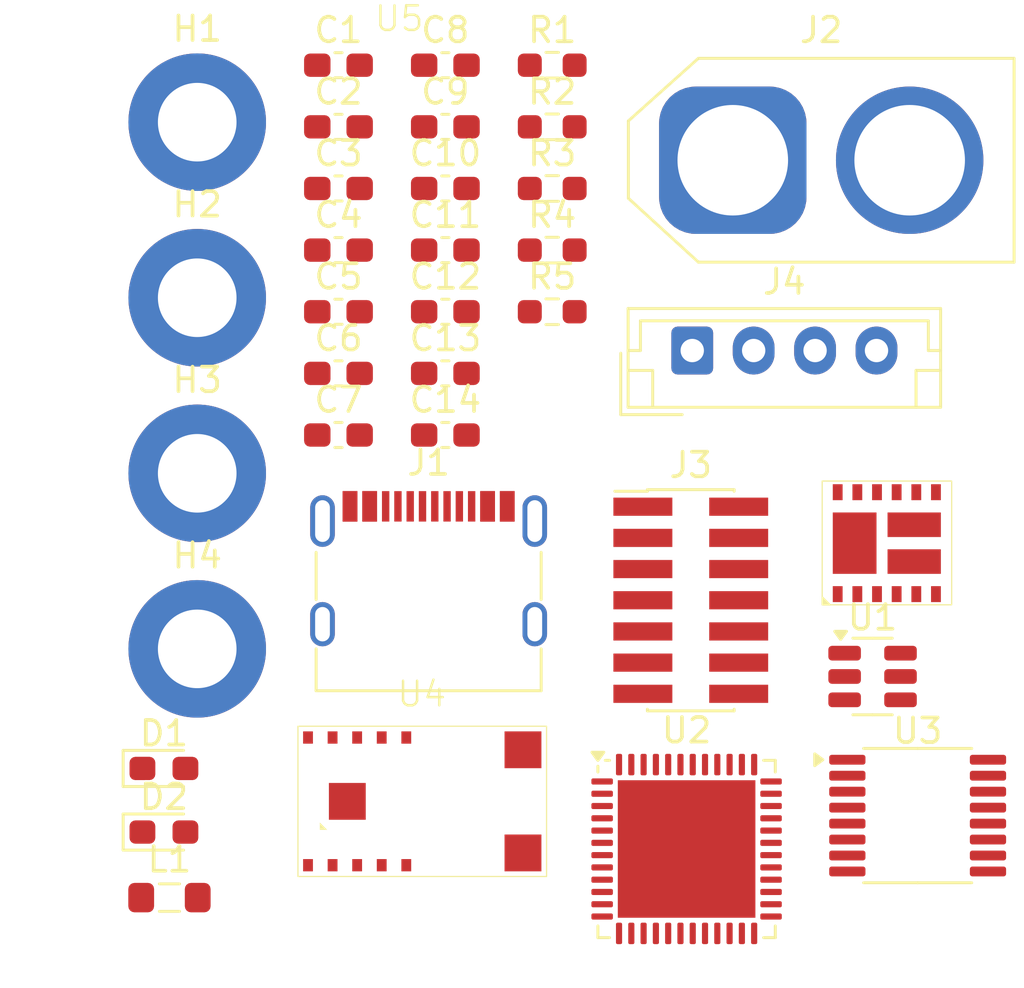
<source format=kicad_pcb>
(kicad_pcb (version 20240108) (generator "pcbnew") (generator_version "8.0")
  (layers (0 "F.Cu" signal) (31 "B.Cu" signal) (34 "B.Paste" user) (35 "F.Paste" user) (36 "B.SilkS" user "B.Silkscreen") (37 "F.SilkS" user "F.Silkscreen") (38 "B.Mask" user) (39 "F.Mask" user) (44 "Edge.Cuts" user))
  (net 0 "")
  (net 1 "GND")
  (net 2 "+15V")
  (net 3 "+3V3")
  (net 4 "Net-(U4-VCC)")
  (net 5 "Net-(U3-AHB)")
  (net 6 "D3{slash}S4_Drive")
  (net 7 "Net-(U3-BHB)")
  (net 8 "S1{slash}D2_Drive")
  (net 9 "+3.3VA")
  (net 10 "NRST")
  (net 11 "V_USB")
  (net 13 "D+")
  (net 14 "D-")
  (net 15 "Net-(J1-CC1)")
  (net 17 "Net-(J1-CC2)")
  (net 22 "SWCLK")
  (net 23 "UART_DEBUG_RX")
  (net 25 "SWDIO")
  (net 26 "UART_DEBUG_TX")
  (net 27 "Net-(U4-FB)")
  (net 28 "Net-(U4-FSW)")
  (net 29 "USB_DM")
  (net 30 "USB_DP")
  (net 35 "TIM2_CH1_PWM")
  (net 58 "TIM2_CH2_PWM")
  (net 66 "G1_Drive")
  (net 69 "G3_Drive")
  (net 70 "G2_Drive")
  (net 71 "G4_Drive")
  (net 73 "Net-(U4-EN)")
  (footprint "Resistor_SMD:R_0603_1608Metric_Pad0.98x0.95mm_HandSolder" (layer "F.Cu") (at 150.2625 65.175)
    (property "Reference" "R2" (at 0 -1.43 0) (layer "F.SilkS"))
    (property "Value" "5k1")
    (fp_line (start -0.254724 -0.5225) (end 0.254724 -0.5225) (stroke (width 0.12)) (layer "F.SilkS"))
    (fp_line (start -0.254724 0.5225) (end 0.254724 0.5225) (stroke (width 0.12)) (layer "F.SilkS"))
    (pad "1" smd roundrect (at -0.9125 0) (size 0.975 0.95) (layers "F.Cu" "F.Paste" "F.Mask") (net 17 "Net-(J1-CC2)"))
    (pad "2" smd roundrect (at 0.9125 0) (size 0.975 0.95) (layers "F.Cu" "F.Paste" "F.Mask") (net 1 "GND"))
  )
  (footprint "maker:FDMQ86530L" (layer "F.Cu") (at 161.6825 79.73)
    (property "Reference" "U5" (at -17.65 -18.96 0) (layer "F.SilkS") (effects (font (thickness 0.1))))
    (property "Value" "~")
    (fp_rect (start -0.43 -0.13) (end 4.84 4.91) (stroke (width 0.05)) (fill none) (layer "F.SilkS"))
    (fp_poly (pts (xy -0.43 4.91) (xy -0.43 4.58) (xy -0.1 4.91)) (stroke (width 0.05)) (fill solid) (layer "F.SilkS"))
    (pad "1" smd rect (at 0.2 4.475 180) (size 0.4 0.65) (layers "F.Cu" "F.Paste" "F.Mask") (net 66 "G1_Drive"))
    (pad "2" smd rect (at 1 4.475 180) (size 0.4 0.65) (layers "F.Cu" "F.Paste" "F.Mask") (net 2 "+15V"))
    (pad "3" smd rect (at 1.8 4.475 180) (size 0.4 0.65) (layers "F.Cu" "F.Paste" "F.Mask") (net 8 "S1{slash}D2_Drive"))
    (pad "4" smd rect (at 2.6 4.475 180) (size 0.4 0.65) (layers "F.Cu" "F.Paste" "F.Mask") (net 70 "G2_Drive"))
    (pad "5" smd rect (at 3.4 4.475 180) (size 0.4 0.65) (layers "F.Cu" "F.Paste" "F.Mask") (net 1 "GND"))
    (pad "6" smd rect (at 4.2 4.475 180) (size 0.4 0.65) (layers "F.Cu" "F.Paste" "F.Mask") (net 1 "GND"))
    (pad "7" smd rect (at 4.2 0.325 180) (size 0.4 0.65) (layers "F.Cu" "F.Paste" "F.Mask") (net 1 "GND"))
    (pad "8" smd rect (at 3.4 0.325 180) (size 0.4 0.65) (layers "F.Cu" "F.Paste" "F.Mask") (net 1 "GND"))
    (pad "9" smd rect (at 2.6 0.325 180) (size 0.4 0.65) (layers "F.Cu" "F.Paste" "F.Mask") (net 69 "G3_Drive"))
    (pad "10" smd rect (at 1.8 0.325 180) (size 0.4 0.65) (layers "F.Cu" "F.Paste" "F.Mask") (net 6 "D3{slash}S4_Drive"))
    (pad "11" smd rect (at 1 0.325 180) (size 0.4 0.65) (layers "F.Cu" "F.Paste" "F.Mask") (net 2 "+15V"))
    (pad "12" smd rect (at 0.2 0.325 180) (size 0.4 0.65) (layers "F.Cu" "F.Paste" "F.Mask") (net 71 "G4_Drive"))
    (pad "13" smd rect (at 0.89 2.4 180) (size 1.78 2.5) (layers "F.Cu" "F.Paste" "F.Mask") (net 2 "+15V"))
    (pad "14" smd rect (at 3.315 3.15 180) (size 2.17 1) (layers "F.Cu" "F.Paste" "F.Mask") (net 8 "S1{slash}D2_Drive"))
    (pad "15" smd rect (at 3.315 1.65 180) (size 2.17 1) (layers "F.Cu" "F.Paste" "F.Mask") (net 6 "D3{slash}S4_Drive"))
  )
  (footprint "maker:Regulator_171013801" (layer "F.Cu") (at 144.9625 92.605)
    (property "Reference" "U4" (at -0.01 -4.33 0) (layer "F.SilkS") (effects (font (thickness 0.1))))
    (property "Value" "~")
    (fp_rect (start -5.05 -3.02) (end 5.07 3.1) (stroke (width 0.05)) (fill none) (layer "F.SilkS"))
    (fp_poly (pts (xy -4.16 0.9) (xy -4.16 1.2) (xy -3.86 1.2)) (fill solid) (layer "F.SilkS"))
    (pad "1" smd rect (at -4.64 2.64) (size 0.4 0.5) (layers "F.Cu" "F.Paste" "F.Mask") (net 28 "Net-(U4-FSW)"))
    (pad "2" smd rect (at -3.64 2.64) (size 0.4 0.5) (layers "F.Cu" "F.Paste" "F.Mask") (net 27 "Net-(U4-FB)"))
    (pad "3" smd rect (at -2.64 2.64) (size 0.4 0.5) (layers "F.Cu" "F.Paste" "F.Mask") (net 4 "Net-(U4-VCC)"))
    (pad "4" smd rect (at -1.64 2.64) (size 0.4 0.5) (layers "F.Cu" "F.Paste" "F.Mask") (net 2 "+15V"))
    (pad "5" smd rect (at -0.64 2.64) (size 0.4 0.5) (layers "F.Cu" "F.Paste" "F.Mask") (net 2 "+15V"))
    (pad "6" smd rect (at 4.11 2.14) (size 1.5 1.5) (layers "F.Cu" "F.Paste" "F.Mask") (net 3 "+3V3"))
    (pad "7" smd rect (at 4.11 -2.06) (size 1.5 1.5) (layers "F.Cu" "F.Paste" "F.Mask") (net 3 "+3V3"))
    (pad "8" smd rect (at -0.64 -2.56) (size 0.4 0.5) (layers "F.Cu" "F.Paste" "F.Mask"))
    (pad "9" smd rect (at -1.64 -2.56) (size 0.4 0.5) (layers "F.Cu" "F.Paste" "F.Mask") (net 73 "Net-(U4-EN)"))
    (pad "10" smd rect (at -2.64 -2.56) (size 0.4 0.5) (layers "F.Cu" "F.Paste" "F.Mask") (net 1 "GND"))
    (pad "11" smd rect (at -3.64 -2.56) (size 0.4 0.5) (layers "F.Cu" "F.Paste" "F.Mask"))
    (pad "12" smd rect (at -4.64 -2.56) (size 0.4 0.5) (layers "F.Cu" "F.Paste" "F.Mask") (net 73 "Net-(U4-EN)"))
    (pad "13" smd rect (at -3.04 0.04) (size 1.5 1.5) (layers "F.Cu" "F.Paste" "F.Mask") (net 1 "GND"))
  )
  (footprint "Resistor_SMD:R_0603_1608Metric_Pad0.98x0.95mm_HandSolder" (layer "F.Cu") (at 150.2625 62.665)
    (property "Reference" "R1" (at 0 -1.43 0) (layer "F.SilkS"))
    (property "Value" "5k1")
    (fp_line (start -0.254724 -0.5225) (end 0.254724 -0.5225) (stroke (width 0.12)) (layer "F.SilkS"))
    (fp_line (start -0.254724 0.5225) (end 0.254724 0.5225) (stroke (width 0.12)) (layer "F.SilkS"))
    (pad "1" smd roundrect (at -0.9125 0) (size 0.975 0.95) (layers "F.Cu" "F.Paste" "F.Mask") (net 15 "Net-(J1-CC1)"))
    (pad "2" smd roundrect (at 0.9125 0) (size 0.975 0.95) (layers "F.Cu" "F.Paste" "F.Mask") (net 1 "GND"))
  )
  (footprint "MountingHole:MountingHole_3.2mm_M3_DIN965_Pad" (layer "F.Cu") (at 135.8125 64.985)
    (property "Reference" "H1" (at 0 -3.8 0) (layer "F.SilkS"))
    (property "Value" "MountingHole_Pad")
    (pad "1" thru_hole circle (at 0 0) (size 5.6 5.6) (drill 3.2) (layers "*.Cu" "*.Mask") (net 1 "GND"))
  )
  (footprint "Connector_JST:JST_EH_B4B-EH-A_1x04_P2.50mm_Vertical" (layer "F.Cu") (at 155.9625 74.285)
    (property "Reference" "J4" (at 3.75 -2.8 0) (layer "F.SilkS"))
    (property "Value" "Conn_01x04")
    (fp_line (start -2.91 0.11) (end -2.91 2.61) (stroke (width 0.12)) (layer "F.SilkS"))
    (fp_line (start -2.91 2.61) (end -0.41 2.61) (stroke (width 0.12)) (layer "F.SilkS"))
    (fp_line (start -2.61 -1.71) (end -2.61 2.31) (stroke (width 0.12)) (layer "F.SilkS"))
    (fp_line (start -2.61 0) (end -2.11 0) (stroke (width 0.12)) (layer "F.SilkS"))
    (fp_line (start -2.61 0.81) (end -1.61 0.81) (stroke (width 0.12)) (layer "F.SilkS"))
    (fp_line (start -2.61 2.31) (end 10.11 2.31) (stroke (width 0.12)) (layer "F.SilkS"))
    (fp_line (start -2.11 -1.21) (end 9.61 -1.21) (stroke (width 0.12)) (layer "F.SilkS"))
    (fp_line (start -2.11 0) (end -2.11 -1.21) (stroke (width 0.12)) (layer "F.SilkS"))
    (fp_line (start -1.61 0.81) (end -1.61 2.31) (stroke (width 0.12)) (layer "F.SilkS"))
    (fp_line (start 9.11 0.81) (end 9.11 2.31) (stroke (width 0.12)) (layer "F.SilkS"))
    (fp_line (start 9.61 -1.21) (end 9.61 0) (stroke (width 0.12)) (layer "F.SilkS"))
    (fp_line (start 9.61 0) (end 10.11 0) (stroke (width 0.12)) (layer "F.SilkS"))
    (fp_line (start 10.11 -1.71) (end -2.61 -1.71) (stroke (width 0.12)) (layer "F.SilkS"))
    (fp_line (start 10.11 0.81) (end 9.11 0.81) (stroke (width 0.12)) (layer "F.SilkS"))
    (fp_line (start 10.11 2.31) (end 10.11 -1.71) (stroke (width 0.12)) (layer "F.SilkS"))
    (pad "1" thru_hole roundrect (at 0 0) (size 1.7 1.95) (drill 0.95) (layers "*.Cu" "*.Mask") (roundrect_rratio 0.147059) (net 8 "S1{slash}D2_Drive"))
    (pad "2" thru_hole oval (at 2.5 0) (size 1.7 1.95) (drill 0.95) (layers "*.Cu" "*.Mask") (net 6 "D3{slash}S4_Drive"))
    (pad "3" thru_hole oval (at 5 0) (size 1.7 1.95) (drill 0.95) (layers "*.Cu" "*.Mask") (net 2 "+15V"))
    (pad "4" thru_hole oval (at 7.5 0) (size 1.7 1.95) (drill 0.95) (layers "*.Cu" "*.Mask") (net 1 "GND"))
  )
  (footprint "Capacitor_SMD:C_0603_1608Metric_Pad1.08x0.95mm_HandSolder" (layer "F.Cu") (at 141.5625 77.725)
    (property "Reference" "C7" (at 0 -1.43 0) (layer "F.SilkS"))
    (property "Value" "1u")
    (fp_line (start -0.146267 -0.51) (end 0.146267 -0.51) (stroke (width 0.12)) (layer "F.SilkS"))
    (fp_line (start -0.146267 0.51) (end 0.146267 0.51) (stroke (width 0.12)) (layer "F.SilkS"))
    (pad "1" smd roundrect (at -0.8625 0) (size 1.075 0.95) (layers "F.Cu" "F.Paste" "F.Mask") (net 2 "+15V"))
    (pad "2" smd roundrect (at 0.8625 0) (size 1.075 0.95) (layers "F.Cu" "F.Paste" "F.Mask") (net 1 "GND"))
  )
  (footprint "Package_TO_SOT_SMD:SOT-23-6" (layer "F.Cu") (at 163.3025 87.56)
    (property "Reference" "U1" (at 0 -2.4 0) (layer "F.SilkS"))
    (property "Value" "USBLC6-2SC6")
    (fp_line (start 0 -1.56) (end -0.8 -1.56) (stroke (width 0.12)) (layer "F.SilkS"))
    (fp_line (start 0 -1.56) (end 0.8 -1.56) (stroke (width 0.12)) (layer "F.SilkS"))
    (fp_line (start 0 1.56) (end -0.8 1.56) (stroke (width 0.12)) (layer "F.SilkS"))
    (fp_line (start 0 1.56) (end 0.8 1.56) (stroke (width 0.12)) (layer "F.SilkS"))
    (fp_poly (pts (xy -1.3 -1.51) (xy -1.54 -1.84) (xy -1.06 -1.84) (xy -1.3 -1.51)) (stroke (width 0.12)) (fill solid) (layer "F.SilkS"))
    (pad "1" smd roundrect (at -1.1375 -0.95) (size 1.325 0.6) (layers "F.Cu" "F.Paste" "F.Mask") (net 13 "D+"))
    (pad "2" smd roundrect (at -1.1375 0) (size 1.325 0.6) (layers "F.Cu" "F.Paste" "F.Mask") (net 1 "GND"))
    (pad "3" smd roundrect (at -1.1375 0.95) (size 1.325 0.6) (layers "F.Cu" "F.Paste" "F.Mask") (net 30 "USB_DP"))
    (pad "4" smd roundrect (at 1.1375 0.95) (size 1.325 0.6) (layers "F.Cu" "F.Paste" "F.Mask") (net 29 "USB_DM"))
    (pad "5" smd roundrect (at 1.1375 0) (size 1.325 0.6) (layers "F.Cu" "F.Paste" "F.Mask") (net 11 "V_USB"))
    (pad "6" smd roundrect (at 1.1375 -0.95) (size 1.325 0.6) (layers "F.Cu" "F.Paste" "F.Mask") (net 14 "D-"))
  )
  (footprint "Connector_AMASS:AMASS_XT60-M_1x02_P7.20mm_Vertical" (layer "F.Cu") (at 157.6125 66.535)
    (property "Reference" "J2" (at 3.6 -5.3 180) (layer "F.SilkS"))
    (property "Value" "Conn_01x02")
    (fp_line (start -4.25 -1.6) (end -4.25 1.55) (stroke (width 0.12)) (layer "F.SilkS"))
    (fp_line (start -4.25 1.55) (end -1.4 4.15) (stroke (width 0.12)) (layer "F.SilkS"))
    (fp_line (start -1.4 -4.15) (end -4.25 -1.6) (stroke (width 0.12)) (layer "F.SilkS"))
    (fp_line (start -1.4 4.15) (end 11.45 4.15) (stroke (width 0.12)) (layer "F.SilkS"))
    (fp_line (start 11.45 -4.15) (end -1.4 -4.15) (stroke (width 0.12)) (layer "F.SilkS"))
    (fp_line (start 11.45 4.15) (end 11.45 -4.15) (stroke (width 0.12)) (layer "F.SilkS"))
    (pad "1" thru_hole roundrect (at 0 0) (size 6 6) (drill 4.5) (layers "*.Cu" "*.Mask") (net 2 "+15V"))
    (pad "2" thru_hole circle (at 7.2 0) (size 6 6) (drill 4.5) (layers "*.Cu" "*.Mask") (net 1 "GND"))
  )
  (footprint "Connector_USB:USB_C_Receptacle_G-Switch_GT-USB-7010ASV" (layer "F.Cu") (at 145.2325 84.355)
    (property "Reference" "J1" (at 0 -5.5 0) (layer "F.SilkS"))
    (property "Value" "USB_C_Receptacle_USB2.0_16P")
    (fp_line (start -4.58 -1.85) (end -4.58 0.07) (stroke (width 0.12)) (layer "F.SilkS"))
    (fp_line (start -4.58 3.785) (end -4.58 2.08) (stroke (width 0.12)) (layer "F.SilkS"))
    (fp_line (start 4.58 0.07) (end 4.58 -1.85) (stroke (width 0.12)) (layer "F.SilkS"))
    (fp_line (start 4.58 2.08) (end 4.58 3.785) (stroke (width 0.12)) (layer "F.SilkS"))
    (fp_line (start 4.58 3.785) (end -4.58 3.785) (stroke (width 0.12)) (layer "F.SilkS"))
    (pad "" np_thru_hole circle (at -2.89 -2.605) (size 0.65 0.65) (drill 0.65) (layers "*.Cu" "*.Mask"))
    (pad "" np_thru_hole circle (at 2.89 -2.605) (size 0.65 0.65) (drill 0.65) (layers "*.Cu" "*.Mask"))
    (pad "A1" smd rect (at -3.2 -3.725) (size 0.6 1.24) (layers "F.Cu" "F.Paste" "F.Mask") (net 1 "GND"))
    (pad "A4" smd rect (at -2.4 -3.725) (size 0.6 1.24) (layers "F.Cu" "F.Paste" "F.Mask") (net 11 "V_USB"))
    (pad "A5" smd rect (at -1.25 -3.725) (size 0.3 1.24) (layers "F.Cu" "F.Paste" "F.Mask") (net 15 "Net-(J1-CC1)"))
    (pad "A6" smd rect (at -0.25 -3.725) (size 0.3 1.24) (layers "F.Cu" "F.Paste" "F.Mask") (net 13 "D+"))
    (pad "A7" smd rect (at 0.25 -3.725) (size 0.3 1.24) (layers "F.Cu" "F.Paste" "F.Mask") (net 14 "D-"))
    (pad "A8" smd rect (at 1.25 -3.725) (size 0.3 1.24) (layers "F.Cu" "F.Paste" "F.Mask"))
    (pad "A9" smd rect (at 2.4 -3.725) (size 0.6 1.24) (layers "F.Cu" "F.Paste" "F.Mask") (net 11 "V_USB"))
    (pad "A12" smd rect (at 3.2 -3.725) (size 0.6 1.24) (layers "F.Cu" "F.Paste" "F.Mask") (net 1 "GND"))
    (pad "B1" smd rect (at 3.2 -3.725) (size 0.6 1.24) (layers "F.Cu" "F.Paste" "F.Mask") (net 1 "GND"))
    (pad "B4" smd rect (at 2.4 -3.725) (size 0.6 1.24) (layers "F.Cu" "F.Paste" "F.Mask") (net 11 "V_USB"))
    (pad "B5" smd rect (at 1.75 -3.725) (size 0.3 1.24) (layers "F.Cu" "F.Paste" "F.Mask") (net 17 "Net-(J1-CC2)"))
    (pad "B6" smd rect (at 0.75 -3.725) (size 0.3 1.24) (layers "F.Cu" "F.Paste" "F.Mask") (net 13 "D+"))
    (pad "B7" smd rect (at -0.75 -3.725) (size 0.3 1.24) (layers "F.Cu" "F.Paste" "F.Mask") (net 14 "D-"))
    (pad "B8" smd rect (at -1.75 -3.725) (size 0.3 1.24) (layers "F.Cu" "F.Paste" "F.Mask"))
    (pad "B9" smd rect (at -2.4 -3.725) (size 0.6 1.24) (layers "F.Cu" "F.Paste" "F.Mask") (net 11 "V_USB"))
    (pad "B12" smd rect (at -3.2 -3.725) (size 0.6 1.24) (layers "F.Cu" "F.Paste" "F.Mask") (net 1 "GND"))
    (pad "S1" thru_hole oval (at -4.32 -3.125) (size 1 2.1) (drill oval 0.6 1.7) (layers "*.Cu" "*.Mask") (net 1 "GND"))
    (pad "S1" thru_hole oval (at -4.32 1.075) (size 1 1.8) (drill oval 0.6 1.4) (layers "*.Cu" "*.Mask") (net 1 "GND"))
    (pad "S1" thru_hole oval (at 4.32 -3.125) (size 1 2.1) (drill oval 0.6 1.7) (layers "*.Cu" "*.Mask") (net 1 "GND"))
    (pad "S1" thru_hole oval (at 4.32 1.075) (size 1 1.8) (drill oval 0.6 1.4) (layers "*.Cu" "*.Mask") (net 1 "GND"))
  )
  (footprint "Resistor_SMD:R_0603_1608Metric_Pad0.98x0.95mm_HandSolder" (layer "F.Cu") (at 150.2625 67.685)
    (property "Reference" "R3" (at 0 -1.43 0) (layer "F.SilkS"))
    (property "Value" "402k")
    (fp_line (start -0.254724 -0.5225) (end 0.254724 -0.5225) (stroke (width 0.12)) (layer "F.SilkS"))
    (fp_line (start -0.254724 0.5225) (end 0.254724 0.5225) (stroke (width 0.12)) (layer "F.SilkS"))
    (pad "1" smd roundrect (at -0.9125 0) (size 0.975 0.95) (layers "F.Cu" "F.Paste" "F.Mask") (net 3 "+3V3"))
    (pad "2" smd roundrect (at 0.9125 0) (size 0.975 0.95) (layers "F.Cu" "F.Paste" "F.Mask") (net 27 "Net-(U4-FB)"))
  )
  (footprint "Capacitor_SMD:C_0603_1608Metric_Pad1.08x0.95mm_HandSolder" (layer "F.Cu") (at 145.9125 70.195)
    (property "Reference" "C11" (at 0 -1.43 0) (layer "F.SilkS"))
    (property "Value" "4u7")
    (fp_line (start -0.146267 -0.51) (end 0.146267 -0.51) (stroke (width 0.12)) (layer "F.SilkS"))
    (fp_line (start -0.146267 0.51) (end 0.146267 0.51) (stroke (width 0.12)) (layer "F.SilkS"))
    (pad "1" smd roundrect (at -0.8625 0) (size 1.075 0.95) (layers "F.Cu" "F.Paste" "F.Mask") (net 3 "+3V3"))
    (pad "2" smd roundrect (at 0.8625 0) (size 1.075 0.95) (layers "F.Cu" "F.Paste" "F.Mask") (net 1 "GND"))
  )
  (footprint "Capacitor_SMD:C_0603_1608Metric_Pad1.08x0.95mm_HandSolder" (layer "F.Cu") (at 141.5625 67.685)
    (property "Reference" "C3" (at 0 -1.43 0) (layer "F.SilkS"))
    (property "Value" "1u")
    (fp_line (start -0.146267 -0.51) (end 0.146267 -0.51) (stroke (width 0.12)) (layer "F.SilkS"))
    (fp_line (start -0.146267 0.51) (end 0.146267 0.51) (stroke (width 0.12)) (layer "F.SilkS"))
    (pad "1" smd roundrect (at -0.8625 0) (size 1.075 0.95) (layers "F.Cu" "F.Paste" "F.Mask") (net 4 "Net-(U4-VCC)"))
    (pad "2" smd roundrect (at 0.8625 0) (size 1.075 0.95) (layers "F.Cu" "F.Paste" "F.Mask") (net 1 "GND"))
  )
  (footprint "Capacitor_SMD:C_0603_1608Metric_Pad1.08x0.95mm_HandSolder" (layer "F.Cu") (at 141.5625 70.195)
    (property "Reference" "C4" (at 0 -1.43 0) (layer "F.SilkS"))
    (property "Value" "1u")
    (fp_line (start -0.146267 -0.51) (end 0.146267 -0.51) (stroke (width 0.12)) (layer "F.SilkS"))
    (fp_line (start -0.146267 0.51) (end 0.146267 0.51) (stroke (width 0.12)) (layer "F.SilkS"))
    (pad "1" smd roundrect (at -0.8625 0) (size 1.075 0.95) (layers "F.Cu" "F.Paste" "F.Mask") (net 5 "Net-(U3-AHB)"))
    (pad "2" smd roundrect (at 0.8625 0) (size 1.075 0.95) (layers "F.Cu" "F.Paste" "F.Mask") (net 6 "D3{slash}S4_Drive"))
  )
  (footprint "Resistor_SMD:R_0603_1608Metric_Pad0.98x0.95mm_HandSolder" (layer "F.Cu") (at 150.2625 70.195)
    (property "Reference" "R4" (at 0 -1.43 0) (layer "F.SilkS"))
    (property "Value" "137k")
    (fp_line (start -0.254724 -0.5225) (end 0.254724 -0.5225) (stroke (width 0.12)) (layer "F.SilkS"))
    (fp_line (start -0.254724 0.5225) (end 0.254724 0.5225) (stroke (width 0.12)) (layer "F.SilkS"))
    (pad "1" smd roundrect (at -0.9125 0) (size 0.975 0.95) (layers "F.Cu" "F.Paste" "F.Mask") (net 27 "Net-(U4-FB)"))
    (pad "2" smd roundrect (at 0.9125 0) (size 0.975 0.95) (layers "F.Cu" "F.Paste" "F.Mask") (net 1 "GND"))
  )
  (footprint "MountingHole:MountingHole_3.2mm_M3_DIN965_Pad" (layer "F.Cu") (at 135.8125 72.135)
    (property "Reference" "H2" (at 0 -3.8 0) (layer "F.SilkS"))
    (property "Value" "MountingHole_Pad")
    (pad "1" thru_hole circle (at 0 0) (size 5.6 5.6) (drill 3.2) (layers "*.Cu" "*.Mask") (net 1 "GND"))
  )
  (footprint "Capacitor_SMD:C_0603_1608Metric_Pad1.08x0.95mm_HandSolder" (layer "F.Cu") (at 141.5625 62.665)
    (property "Reference" "C1" (at 0 -1.43 0) (layer "F.SilkS"))
    (property "Value" "10u")
    (fp_line (start -0.146267 -0.51) (end 0.146267 -0.51) (stroke (width 0.12)) (layer "F.SilkS"))
    (fp_line (start -0.146267 0.51) (end 0.146267 0.51) (stroke (width 0.12)) (layer "F.SilkS"))
    (pad "1" smd roundrect (at -0.8625 0) (size 1.075 0.95) (layers "F.Cu" "F.Paste" "F.Mask") (net 2 "+15V"))
    (pad "2" smd roundrect (at 0.8625 0) (size 1.075 0.95) (layers "F.Cu" "F.Paste" "F.Mask") (net 1 "GND"))
  )
  (footprint "Capacitor_SMD:C_0603_1608Metric_Pad1.08x0.95mm_HandSolder" (layer "F.Cu") (at 145.9125 77.725)
    (property "Reference" "C14" (at 0 -1.43 0) (layer "F.SilkS"))
    (property "Value" "100n")
    (fp_line (start -0.146267 -0.51) (end 0.146267 -0.51) (stroke (width 0.12)) (layer "F.SilkS"))
    (fp_line (start -0.146267 0.51) (end 0.146267 0.51) (stroke (width 0.12)) (layer "F.SilkS"))
    (pad "1" smd roundrect (at -0.8625 0) (size 1.075 0.95) (layers "F.Cu" "F.Paste" "F.Mask") (net 10 "NRST"))
    (pad "2" smd roundrect (at 0.8625 0) (size 1.075 0.95) (layers "F.Cu" "F.Paste" "F.Mask") (net 1 "GND"))
  )
  (footprint "Capacitor_SMD:C_0603_1608Metric_Pad1.08x0.95mm_HandSolder" (layer "F.Cu") (at 141.5625 65.175)
    (property "Reference" "C2" (at 0 -1.43 0) (layer "F.SilkS"))
    (property "Value" "47u")
    (fp_line (start -0.146267 -0.51) (end 0.146267 -0.51) (stroke (width 0.12)) (layer "F.SilkS"))
    (fp_line (start -0.146267 0.51) (end 0.146267 0.51) (stroke (width 0.12)) (layer "F.SilkS"))
    (pad "1" smd roundrect (at -0.8625 0) (size 1.075 0.95) (layers "F.Cu" "F.Paste" "F.Mask") (net 3 "+3V3"))
    (pad "2" smd roundrect (at 0.8625 0) (size 1.075 0.95) (layers "F.Cu" "F.Paste" "F.Mask") (net 1 "GND"))
  )
  (footprint "Capacitor_SMD:C_0603_1608Metric_Pad1.08x0.95mm_HandSolder" (layer "F.Cu") (at 141.5625 72.705)
    (property "Reference" "C5" (at 0 -1.43 0) (layer "F.SilkS"))
    (property "Value" "1u")
    (fp_line (start -0.146267 -0.51) (end 0.146267 -0.51) (stroke (width 0.12)) (layer "F.SilkS"))
    (fp_line (start -0.146267 0.51) (end 0.146267 0.51) (stroke (width 0.12)) (layer "F.SilkS"))
    (pad "1" smd roundrect (at -0.8625 0) (size 1.075 0.95) (layers "F.Cu" "F.Paste" "F.Mask") (net 8 "S1{slash}D2_Drive"))
    (pad "2" smd roundrect (at 0.8625 0) (size 1.075 0.95) (layers "F.Cu" "F.Paste" "F.Mask") (net 7 "Net-(U3-BHB)"))
  )
  (footprint "Diode_SMD:D_0603_1608Metric_Pad1.05x0.95mm_HandSolder" (layer "F.Cu") (at 134.4575 93.895)
    (property "Reference" "D2" (at 0 -1.43 0) (layer "F.SilkS"))
    (property "Value" "D_Schottky_Small")
    (fp_line (start -1.66 -0.735) (end -1.66 0.735) (stroke (width 0.12)) (layer "F.SilkS"))
    (fp_line (start -1.66 0.735) (end 0.8 0.735) (stroke (width 0.12)) (layer "F.SilkS"))
    (fp_line (start 0.8 -0.735) (end -1.66 -0.735) (stroke (width 0.12)) (layer "F.SilkS"))
    (pad "1" smd roundrect (at -0.875 0) (size 1.05 0.95) (layers "F.Cu" "F.Paste" "F.Mask") (net 6 "D3{slash}S4_Drive"))
    (pad "2" smd roundrect (at 0.875 0) (size 1.05 0.95) (layers "F.Cu" "F.Paste" "F.Mask") (net 1 "GND"))
  )
  (footprint "Inductor_SMD:L_0805_2012Metric_Pad1.05x1.20mm_HandSolder" (layer "F.Cu") (at 134.6825 96.565)
    (property "Reference" "L1" (at 0 -1.55 0) (layer "F.SilkS"))
    (property "Value" "39n")
    (fp_line (start -0.410242 -0.56) (end 0.410242 -0.56) (stroke (width 0.12)) (layer "F.SilkS"))
    (fp_line (start -0.410242 0.56) (end 0.410242 0.56) (stroke (width 0.12)) (layer "F.SilkS"))
    (pad "1" smd roundrect (at -1.15 0) (size 1.05 1.2) (layers "F.Cu" "F.Paste" "F.Mask") (roundrect_rratio 0.238095) (net 3 "+3V3"))
    (pad "2" smd roundrect (at 1.15 0) (size 1.05 1.2) (layers "F.Cu" "F.Paste" "F.Mask") (roundrect_rratio 0.238095) (net 9 "+3.3VA"))
  )
  (footprint "Capacitor_SMD:C_0603_1608Metric_Pad1.08x0.95mm_HandSolder" (layer "F.Cu") (at 145.9125 62.665)
    (property "Reference" "C8" (at 0 -1.43 0) (layer "F.SilkS"))
    (property "Value" "100n")
    (fp_line (start -0.146267 -0.51) (end 0.146267 -0.51) (stroke (width 0.12)) (layer "F.SilkS"))
    (fp_line (start -0.146267 0.51) (end 0.146267 0.51) (stroke (width 0.12)) (layer "F.SilkS"))
    (pad "1" smd roundrect (at -0.8625 0) (size 1.075 0.95) (layers "F.Cu" "F.Paste" "F.Mask") (net 3 "+3V3"))
    (pad "2" smd roundrect (at 0.8625 0) (size 1.075 0.95) (layers "F.Cu" "F.Paste" "F.Mask") (net 1 "GND"))
  )
  (footprint "Capacitor_SMD:C_0603_1608Metric_Pad1.08x0.95mm_HandSolder" (layer "F.Cu") (at 145.9125 72.705)
    (property "Reference" "C12" (at 0 -1.43 0) (layer "F.SilkS"))
    (property "Value" "1u")
    (fp_line (start -0.146267 -0.51) (end 0.146267 -0.51) (stroke (width 0.12)) (layer "F.SilkS"))
    (fp_line (start -0.146267 0.51) (end 0.146267 0.51) (stroke (width 0.12)) (layer "F.SilkS"))
    (pad "1" smd roundrect (at -0.8625 0) (size 1.075 0.95) (layers "F.Cu" "F.Paste" "F.Mask") (net 9 "+3.3VA"))
    (pad "2" smd roundrect (at 0.8625 0) (size 1.075 0.95) (layers "F.Cu" "F.Paste" "F.Mask") (net 1 "GND"))
  )
  (footprint "Package_DFN_QFN:QFN-48-1EP_7x7mm_P0.5mm_EP5.6x5.6mm" (layer "F.Cu") (at 155.7325 94.585)
    (property "Reference" "U2" (at 0 -4.83 0) (layer "F.SilkS"))
    (property "Value" "STM32G431CBUx")
    (fp_line (start -3.61 -3.135) (end -3.61 -3.37) (stroke (width 0.12)) (layer "F.SilkS"))
    (fp_line (start -3.61 3.61) (end -3.61 3.135) (stroke (width 0.12)) (layer "F.SilkS"))
    (fp_line (start -3.135 -3.61) (end -3.31 -3.61) (stroke (width 0.12)) (layer "F.SilkS"))
    (fp_line (start -3.135 3.61) (end -3.61 3.61) (stroke (width 0.12)) (layer "F.SilkS"))
    (fp_line (start 3.135 -3.61) (end 3.61 -3.61) (stroke (width 0.12)) (layer "F.SilkS"))
    (fp_line (start 3.135 3.61) (end 3.61 3.61) (stroke (width 0.12)) (layer "F.SilkS"))
    (fp_line (start 3.61 -3.61) (end 3.61 -3.135) (stroke (width 0.12)) (layer "F.SilkS"))
    (fp_line (start 3.61 3.61) (end 3.61 3.135) (stroke (width 0.12)) (layer "F.SilkS"))
    (fp_poly (pts (xy -3.61 -3.61) (xy -3.85 -3.94) (xy -3.37 -3.94) (xy -3.61 -3.61)) (stroke (width 0.12)) (fill solid) (layer "F.SilkS"))
    (pad "1" smd roundrect (at -3.4375 -2.75) (size 0.875 0.25) (layers "F.Cu" "F.Paste" "F.Mask") (net 3 "+3V3"))
    (pad "2" smd roundrect (at -3.4375 -2.25) (size 0.875 0.25) (layers "F.Cu" "F.Paste" "F.Mask"))
    (pad "3" smd roundrect (at -3.4375 -1.75) (size 0.875 0.25) (layers "F.Cu" "F.Paste" "F.Mask"))
    (pad "4" smd roundrect (at -3.4375 -1.25) (size 0.875 0.25) (layers "F.Cu" "F.Paste" "F.Mask"))
    (pad "5" smd roundrect (at -3.4375 -0.75) (size 0.875 0.25) (layers "F.Cu" "F.Paste" "F.Mask"))
    (pad "6" smd roundrect (at -3.4375 -0.25) (size 0.875 0.25) (layers "F.Cu" "F.Paste" "F.Mask"))
    (pad "7" smd roundrect (at -3.4375 0.25) (size 0.875 0.25) (layers "F.Cu" "F.Paste" "F.Mask") (net 10 "NRST"))
    (pad "8" smd roundrect (at -3.4375 0.75) (size 0.875 0.25) (layers "F.Cu" "F.Paste" "F.Mask") (net 35 "TIM2_CH1_PWM"))
    (pad "9" smd roundrect (at -3.4375 1.25) (size 0.875 0.25) (layers "F.Cu" "F.Paste" "F.Mask") (net 58 "TIM2_CH2_PWM"))
    (pad "10" smd roundrect (at -3.4375 1.75) (size 0.875 0.25) (layers "F.Cu" "F.Paste" "F.Mask"))
    (pad "11" smd roundrect (at -3.4375 2.25) (size 0.875 0.25) (layers "F.Cu" "F.Paste" "F.Mask"))
    (pad "12" smd roundrect (at -3.4375 2.75) (size 0.875 0.25) (layers "F.Cu" "F.Paste" "F.Mask"))
    (pad "13" smd roundrect (at -2.75 3.4375) (size 0.25 0.875) (layers "F.Cu" "F.Paste" "F.Mask"))
    (pad "14" smd roundrect (at -2.25 3.4375) (size 0.25 0.875) (layers "F.Cu" "F.Paste" "F.Mask"))
    (pad "15" smd roundrect (at -1.75 3.4375) (size 0.25 0.875) (layers "F.Cu" "F.Paste" "F.Mask"))
    (pad "16" smd roundrect (at -1.25 3.4375) (size 0.25 0.875) (layers "F.Cu" "F.Paste" "F.Mask"))
    (pad "17" smd roundrect (at -0.75 3.4375) (size 0.25 0.875) (layers "F.Cu" "F.Paste" "F.Mask"))
    (pad "18" smd roundrect (at -0.25 3.4375) (size 0.25 0.875) (layers "F.Cu" "F.Paste" "F.Mask"))
    (pad "19" smd roundrect (at 0.25 3.4375) (size 0.25 0.875) (layers "F.Cu" "F.Paste" "F.Mask"))
    (pad "20" smd roundrect (at 0.75 3.4375) (size 0.25 0.875) (layers "F.Cu" "F.Paste" "F.Mask") (net 1 "GND"))
    (pad "21" smd roundrect (at 1.25 3.4375) (size 0.25 0.875) (layers "F.Cu" "F.Paste" "F.Mask") (net 9 "+3.3VA"))
    (pad "22" smd roundrect (at 1.75 3.4375) (size 0.25 0.875) (layers "F.Cu" "F.Paste" "F.Mask"))
    (pad "23" smd roundrect (at 2.25 3.4375) (size 0.25 0.875) (layers "F.Cu" "F.Paste" "F.Mask") (net 3 "+3V3"))
    (pad "24" smd roundrect (at 2.75 3.4375) (size 0.25 0.875) (layers "F.Cu" "F.Paste" "F.Mask"))
    (pad "25" smd roundrect (at 3.4375 2.75) (size 0.875 0.25) (layers "F.Cu" "F.Paste" "F.Mask"))
    (pad "26" smd roundrect (at 3.4375 2.25) (size 0.875 0.25) (layers "F.Cu" "F.Paste" "F.Mask"))
    (pad "27" smd roundrect (at 3.4375 1.75) (size 0.875 0.25) (layers "F.Cu" "F.Paste" "F.Mask"))
    (pad "28" smd roundrect (at 3.4375 1.25) (size 0.875 0.25) (layers "F.Cu" "F.Paste" "F.Mask"))
    (pad "29" smd roundrect (at 3.4375 0.75) (size 0.875 0.25) (layers "F.Cu" "F.Paste" "F.Mask"))
    (pad "30" smd roundrect (at 3.4375 0.25) (size 0.875 0.25) (layers "F.Cu" "F.Paste" "F.Mask"))
    (pad "31" smd roundrect (at 3.4375 -0.25) (size 0.875 0.25) (layers "F.Cu" "F.Paste" "F.Mask") (net 26 "UART_DEBUG_TX"))
    (pad "32" smd roundrect (at 3.4375 -0.75) (size 0.875 0.25) (layers "F.Cu" "F.Paste" "F.Mask") (net 23 "UART_DEBUG_RX"))
    (pad "33" smd roundrect (at 3.4375 -1.25) (size 0.875 0.25) (layers "F.Cu" "F.Paste" "F.Mask") (net 29 "USB_DM"))
    (pad "34" smd roundrect (at 3.4375 -1.75) (size 0.875 0.25) (layers "F.Cu" "F.Paste" "F.Mask") (net 30 "USB_DP"))
    (pad "35" smd roundrect (at 3.4375 -2.25) (size 0.875 0.25) (layers "F.Cu" "F.Paste" "F.Mask") (net 3 "+3V3"))
    (pad "36" smd roundrect (at 3.4375 -2.75) (size 0.875 0.25) (layers "F.Cu" "F.Paste" "F.Mask") (net 25 "SWDIO"))
    (pad "37" smd roundrect (at 2.75 -3.4375) (size 0.25 0.875) (layers "F.Cu" "F.Paste" "F.Mask") (net 22 "SWCLK"))
    (pad "38" smd roundrect (at 2.25 -3.4375) (size 0.25 0.875) (layers "F.Cu" "F.Paste" "F.Mask"))
    (pad "39" smd roundrect (at 1.75 -3.4375) (size 0.25 0.875) (layers "F.Cu" "F.Paste" "F.Mask"))
    (pad "40" smd roundrect (at 1.25 -3.4375) (size 0.25 0.875) (layers "F.Cu" "F.Paste" "F.Mask"))
    (pad "41" smd roundrect (at 0.75 -3.4375) (size 0.25 0.875) (layers "F.Cu" "F.Paste" "F.Mask"))
    (pad "42" smd roundrect (at 0.25 -3.4375) (size 0.25 0.875) (layers "F.Cu" "F.Paste" "F.Mask"))
    (pad "43" smd roundrect (at -0.25 -3.4375) (size 0.25 0.875) (layers "F.Cu" "F.Paste" "F.Mask"))
    (pad "44" smd roundrect (at -0.75 -3.4375) (size 0.25 0.875) (layers "F.Cu" "F.Paste" "F.Mask"))
    (pad "45" smd roundrect (at -1.25 -3.4375) (size 0.25 0.875) (layers "F.Cu" "F.Paste" "F.Mask"))
    (pad "46" smd roundrect (at -1.75 -3.4375) (size 0.25 0.875) (layers "F.Cu" "F.Paste" "F.Mask"))
    (pad "47" smd roundrect (at -2.25 -3.4375) (size 0.25 0.875) (layers "F.Cu" "F.Paste" "F.Mask"))
    (pad "48" smd roundrect (at -2.75 -3.4375) (size 0.25 0.875) (layers "F.Cu" "F.Paste" "F.Mask") (net 3 "+3V3"))
    (pad "49" smd rect (at 0 0) (size 5.6 5.6) (property pad_prop_heatsink) (layers "F.Cu" "F.Mask") (net 1 "GND"))
  )
  (footprint "MountingHole:MountingHole_3.2mm_M3_DIN965_Pad" (layer "F.Cu") (at 135.8125 79.285)
    (property "Reference" "H3" (at 0 -3.8 0) (layer "F.SilkS"))
    (property "Value" "MountingHole_Pad")
    (pad "1" thru_hole circle (at 0 0) (size 5.6 5.6) (drill 3.2) (layers "*.Cu" "*.Mask") (net 1 "GND"))
  )
  (footprint "Connector_PinHeader_1.27mm:PinHeader_2x07_P1.27mm_Vertical_SMD" (layer "F.Cu") (at 155.9025 84.455)
    (property "Reference" "J3" (at 0 -5.505 0) (layer "F.SilkS"))
    (property "Value" "Conn_ST_STDC14")
    (fp_line (start -3.09 -4.44) (end -1.765 -4.44) (stroke (width 0.12)) (layer "F.SilkS"))
    (fp_line (start -1.765 -4.505) (end -1.765 -4.44) (stroke (width 0.12)) (layer "F.SilkS"))
    (fp_line (start -1.765 -4.505) (end 1.765 -4.505) (stroke (width 0.12)) (layer "F.SilkS"))
    (fp_line (start -1.765 4.44) (end -1.765 4.505) (stroke (width 0.12)) (layer "F.SilkS"))
    (fp_line (start -1.765 4.505) (end 1.765 4.505) (stroke (width 0.12)) (layer "F.SilkS"))
    (fp_line (start 1.765 -4.505) (end 1.765 -4.44) (stroke (width 0.12)) (layer "F.SilkS"))
    (fp_line (start 1.765 4.44) (end 1.765 4.505) (stroke (width 0.12)) (layer "F.SilkS"))
    (pad "1" smd rect (at -1.95 -3.81) (size 2.4 0.74) (layers "F.Cu" "F.Paste" "F.Mask"))
    (pad "2" smd rect (at 1.95 -3.81) (size 2.4 0.74) (layers "F.Cu" "F.Paste" "F.Mask"))
    (pad "3" smd rect (at -1.95 -2.54) (size 2.4 0.74) (layers "F.Cu" "F.Paste" "F.Mask") (net 3 "+3V3"))
    (pad "4" smd rect (at 1.95 -2.54) (size 2.4 0.74) (layers "F.Cu" "F.Paste" "F.Mask") (net 25 "SWDIO"))
    (pad "5" smd rect (at -1.95 -1.27) (size 2.4 0.74) (layers "F.Cu" "F.Paste" "F.Mask") (net 1 "GND"))
    (pad "6" smd rect (at 1.95 -1.27) (size 2.4 0.74) (layers "F.Cu" "F.Paste" "F.Mask") (net 22 "SWCLK"))
    (pad "7" smd rect (at -1.95 0) (size 2.4 0.74) (layers "F.Cu" "F.Paste" "F.Mask") (net 1 "GND"))
    (pad "8" smd rect (at 1.95 0) (size 2.4 0.74) (layers "F.Cu" "F.Paste" "F.Mask"))
    (pad "9" smd rect (at -1.95 1.27) (size 2.4 0.74) (layers "F.Cu" "F.Paste" "F.Mask"))
    (pad "10" smd rect (at 1.95 1.27) (size 2.4 0.74) (layers "F.Cu" "F.Paste" "F.Mask"))
    (pad "11" smd rect (at -1.95 2.54) (size 2.4 0.74) (layers "F.Cu" "F.Paste" "F.Mask") (net 1 "GND"))
    (pad "12" smd rect (at 1.95 2.54) (size 2.4 0.74) (layers "F.Cu" "F.Paste" "F.Mask") (net 10 "NRST"))
    (pad "13" smd rect (at -1.95 3.81) (size 2.4 0.74) (layers "F.Cu" "F.Paste" "F.Mask") (net 23 "UART_DEBUG_RX"))
    (pad "14" smd rect (at 1.95 3.81) (size 2.4 0.74) (layers "F.Cu" "F.Paste" "F.Mask") (net 26 "UART_DEBUG_TX"))
  )
  (footprint "Capacitor_SMD:C_0603_1608Metric_Pad1.08x0.95mm_HandSolder" (layer "F.Cu") (at 145.9125 75.215)
    (property "Reference" "C13" (at 0 -1.43 0) (layer "F.SilkS"))
    (property "Value" "10n")
    (fp_line (start -0.146267 -0.51) (end 0.146267 -0.51) (stroke (width 0.12)) (layer "F.SilkS"))
    (fp_line (start -0.146267 0.51) (end 0.146267 0.51) (stroke (width 0.12)) (layer "F.SilkS"))
    (pad "1" smd roundrect (at -0.8625 0) (size 1.075 0.95) (layers "F.Cu" "F.Paste" "F.Mask") (net 9 "+3.3VA"))
    (pad "2" smd roundrect (at 0.8625 0) (size 1.075 0.95) (layers "F.Cu" "F.Paste" "F.Mask") (net 1 "GND"))
  )
  (footprint "Capacitor_SMD:C_0603_1608Metric_Pad1.08x0.95mm_HandSolder" (layer "F.Cu") (at 141.5625 75.215)
    (property "Reference" "C6" (at 0 -1.43 0) (layer "F.SilkS"))
    (property "Value" "2u2")
    (fp_line (start -0.146267 -0.51) (end 0.146267 -0.51) (stroke (width 0.12)) (layer "F.SilkS"))
    (fp_line (start -0.146267 0.51) (end 0.146267 0.51) (stroke (width 0.12)) (layer "F.SilkS"))
    (pad "1" smd roundrect (at -0.8625 0) (size 1.075 0.95) (layers "F.Cu" "F.Paste" "F.Mask") (net 2 "+15V"))
    (pad "2" smd roundrect (at 0.8625 0) (size 1.075 0.95) (layers "F.Cu" "F.Paste" "F.Mask") (net 1 "GND"))
  )
  (footprint "Capacitor_SMD:C_0603_1608Metric_Pad1.08x0.95mm_HandSolder" (layer "F.Cu") (at 145.9125 65.175)
    (property "Reference" "C9" (at 0 -1.43 0) (layer "F.SilkS"))
    (property "Value" "100n")
    (fp_line (start -0.146267 -0.51) (end 0.146267 -0.51) (stroke (width 0.12)) (layer "F.SilkS"))
    (fp_line (start -0.146267 0.51) (end 0.146267 0.51) (stroke (width 0.12)) (layer "F.SilkS"))
    (pad "1" smd roundrect (at -0.8625 0) (size 1.075 0.95) (layers "F.Cu" "F.Paste" "F.Mask") (net 3 "+3V3"))
    (pad "2" smd roundrect (at 0.8625 0) (size 1.075 0.95) (layers "F.Cu" "F.Paste" "F.Mask") (net 1 "GND"))
  )
  (footprint "Diode_SMD:D_0603_1608Metric_Pad1.05x0.95mm_HandSolder" (layer "F.Cu") (at 134.4575 91.305)
    (property "Reference" "D1" (at 0 -1.43 0) (layer "F.SilkS"))
    (property "Value" "D_Schottky_Small")
    (fp_line (start -1.66 -0.735) (end -1.66 0.735) (stroke (width 0.12)) (layer "F.SilkS"))
    (fp_line (start -1.66 0.735) (end 0.8 0.735) (stroke (width 0.12)) (layer "F.SilkS"))
    (fp_line (start 0.8 -0.735) (end -1.66 -0.735) (stroke (width 0.12)) (layer "F.SilkS"))
    (pad "1" smd roundrect (at -0.875 0) (size 1.05 0.95) (layers "F.Cu" "F.Paste" "F.Mask") (net 8 "S1{slash}D2_Drive"))
    (pad "2" smd roundrect (at 0.875 0) (size 1.05 0.95) (layers "F.Cu" "F.Paste" "F.Mask") (net 1 "GND"))
  )
  (footprint "Resistor_SMD:R_0603_1608Metric_Pad0.98x0.95mm_HandSolder" (layer "F.Cu") (at 150.2625 72.705)
    (property "Reference" "R5" (at 0 -1.43 0) (layer "F.SilkS"))
    (property "Value" "5.6k")
    (fp_line (start -0.254724 -0.5225) (end 0.254724 -0.5225) (stroke (width 0.12)) (layer "F.SilkS"))
    (fp_line (start -0.254724 0.5225) (end 0.254724 0.5225) (stroke (width 0.12)) (layer "F.SilkS"))
    (pad "1" smd roundrect (at -0.9125 0) (size 0.975 0.95) (layers "F.Cu" "F.Paste" "F.Mask") (net 28 "Net-(U4-FSW)"))
    (pad "2" smd roundrect (at 0.9125 0) (size 0.975 0.95) (layers "F.Cu" "F.Paste" "F.Mask") (net 1 "GND"))
  )
  (footprint "Package_SO:TSSOP-16_4.4x5mm_P0.65mm" (layer "F.Cu") (at 165.1375 93.225)
    (property "Reference" "U3" (at 0 -3.45 0) (layer "F.SilkS"))
    (property "Value" "~")
    (fp_line (start 0 -2.735) (end -2.2 -2.735) (stroke (width 0.12)) (layer "F.SilkS"))
    (fp_line (start 0 -2.735) (end 2.2 -2.735) (stroke (width 0.12)) (layer "F.SilkS"))
    (fp_line (start 0 2.735) (end -2.2 2.735) (stroke (width 0.12)) (layer "F.SilkS"))
    (fp_line (start 0 2.735) (end 2.2 2.735) (stroke (width 0.12)) (layer "F.SilkS"))
    (fp_poly (pts (xy -3.86 -2.275) (xy -4.19 -2.515) (xy -4.19 -2.035) (xy -3.86 -2.275)) (stroke (width 0.12)) (fill solid) (layer "F.SilkS"))
    (pad "1" smd roundrect (at -2.8625 -2.275) (size 1.475 0.4) (layers "F.Cu" "F.Paste" "F.Mask") (net 7 "Net-(U3-BHB)"))
    (pad "2" smd roundrect (at -2.8625 -1.625) (size 1.475 0.4) (layers "F.Cu" "F.Paste" "F.Mask") (net 2 "+15V"))
    (pad "3" smd roundrect (at -2.8625 -0.975) (size 1.475 0.4) (layers "F.Cu" "F.Paste" "F.Mask") (net 58 "TIM2_CH2_PWM"))
    (pad "4" smd roundrect (at -2.8625 -0.325) (size 1.475 0.4) (layers "F.Cu" "F.Paste" "F.Mask"))
    (pad "5" smd roundrect (at -2.8625 0.325) (size 1.475 0.4) (layers "F.Cu" "F.Paste" "F.Mask"))
    (pad "6" smd roundrect (at -2.8625 0.975) (size 1.475 0.4) (layers "F.Cu" "F.Paste" "F.Mask") (net 35 "TIM2_CH1_PWM"))
    (pad "7" smd roundrect (at -2.8625 1.625) (size 1.475 0.4) (layers "F.Cu" "F.Paste" "F.Mask"))
    (pad "8" smd roundrect (at -2.8625 2.275) (size 1.475 0.4) (layers "F.Cu" "F.Paste" "F.Mask") (net 5 "Net-(U3-AHB)"))
    (pad "9" smd roundrect (at 2.8625 2.275) (size 1.475 0.4) (layers "F.Cu" "F.Paste" "F.Mask") (net 71 "G4_Drive"))
    (pad "10" smd roundrect (at 2.8625 1.625) (size 1.475 0.4) (layers "F.Cu" "F.Paste" "F.Mask") (net 6 "D3{slash}S4_Drive"))
    (pad "11" smd roundrect (at 2.8625 0.975) (size 1.475 0.4) (layers "F.Cu" "F.Paste" "F.Mask") (net 69 "G3_Drive"))
    (pad "12" smd roundrect (at 2.8625 0.325) (size 1.475 0.4) (layers "F.Cu" "F.Paste" "F.Mask") (net 2 "+15V"))
    (pad "13" smd roundrect (at 2.8625 -0.325) (size 1.475 0.4) (layers "F.Cu" "F.Paste" "F.Mask") (net 1 "GND"))
    (pad "14" smd roundrect (at 2.8625 -0.975) (size 1.475 0.4) (layers "F.Cu" "F.Paste" "F.Mask") (net 70 "G2_Drive"))
    (pad "15" smd roundrect (at 2.8625 -1.625) (size 1.475 0.4) (layers "F.Cu" "F.Paste" "F.Mask") (net 8 "S1{slash}D2_Drive"))
    (pad "16" smd roundrect (at 2.8625 -2.275) (size 1.475 0.4) (layers "F.Cu" "F.Paste" "F.Mask") (net 66 "G1_Drive"))
  )
  (footprint "MountingHole:MountingHole_3.2mm_M3_DIN965_Pad" (layer "F.Cu") (at 135.8125 86.435)
    (property "Reference" "H4" (at 0 -3.8 0) (layer "F.SilkS"))
    (property "Value" "MountingHole_Pad")
    (pad "1" thru_hole circle (at 0 0) (size 5.6 5.6) (drill 3.2) (layers "*.Cu" "*.Mask") (net 1 "GND"))
  )
  (footprint "Capacitor_SMD:C_0603_1608Metric_Pad1.08x0.95mm_HandSolder" (layer "F.Cu") (at 145.9125 67.685)
    (property "Reference" "C10" (at 0 -1.43 0) (layer "F.SilkS"))
    (property "Value" "100n")
    (fp_line (start -0.146267 -0.51) (end 0.146267 -0.51) (stroke (width 0.12)) (layer "F.SilkS"))
    (fp_line (start -0.146267 0.51) (end 0.146267 0.51) (stroke (width 0.12)) (layer "F.SilkS"))
    (pad "1" smd roundrect (at -0.8625 0) (size 1.075 0.95) (layers "F.Cu" "F.Paste" "F.Mask") (net 3 "+3V3"))
    (pad "2" smd roundrect (at 0.8625 0) (size 1.075 0.95) (layers "F.Cu" "F.Paste" "F.Mask") (net 1 "GND"))
  )
)
</source>
